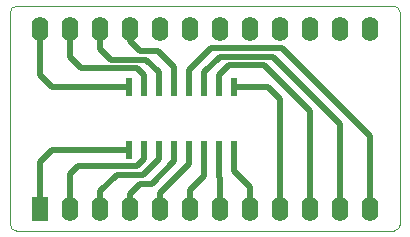
<source format=gtl>
G04 #@! TF.FileFunction,Copper,L1,Top,Signal*
%FSLAX46Y46*%
G04 Gerber Fmt 4.6, Leading zero omitted, Abs format (unit mm)*
G04 Created by KiCad (PCBNEW (2015-07-01 BZR 5850)-product) date Wed Jul 29 18:19:28 2015*
%MOMM*%
G01*
G04 APERTURE LIST*
%ADD10C,0.101600*%
%ADD11C,0.100000*%
%ADD12R,0.600000X1.500000*%
%ADD13R,1.400000X2.100000*%
%ADD14O,1.400000X2.100000*%
%ADD15C,0.500000*%
G04 APERTURE END LIST*
D10*
D11*
X24500000Y-36000000D02*
G75*
G03X25000000Y-36500000I500000J0D01*
G01*
X57000000Y-36500000D02*
G75*
G03X57500000Y-36000000I0J500000D01*
G01*
X57500000Y-18000000D02*
G75*
G03X57000000Y-17500000I-500000J0D01*
G01*
X25000000Y-17500000D02*
G75*
G03X24500000Y-18000000I0J-500000D01*
G01*
X24500000Y-36000000D02*
X24500000Y-27000000D01*
X57000000Y-36500000D02*
X25000000Y-36500000D01*
X57500000Y-18000000D02*
X57500000Y-36000000D01*
X25000000Y-17500000D02*
X57000000Y-17500000D01*
X24500000Y-27000000D02*
X24500000Y-18000000D01*
D12*
X34555000Y-29700000D03*
X35825000Y-29700000D03*
X37095000Y-29700000D03*
X38365000Y-29700000D03*
X39635000Y-29700000D03*
X40905000Y-29700000D03*
X42175000Y-29700000D03*
X43445000Y-29700000D03*
X43445000Y-24300000D03*
X42175000Y-24300000D03*
X40905000Y-24300000D03*
X39635000Y-24300000D03*
X38365000Y-24300000D03*
X37095000Y-24300000D03*
X35825000Y-24300000D03*
X34555000Y-24300000D03*
D13*
X27030000Y-34620000D03*
D14*
X29570000Y-34620000D03*
X32110000Y-34620000D03*
X34650000Y-34620000D03*
X37190000Y-34620000D03*
X39730000Y-34620000D03*
X42270000Y-34620000D03*
X44810000Y-34620000D03*
X47350000Y-34620000D03*
X49890000Y-34620000D03*
X52430000Y-34620000D03*
X54970000Y-34620000D03*
X54970000Y-19380000D03*
X52430000Y-19380000D03*
X49890000Y-19380000D03*
X47350000Y-19380000D03*
X44810000Y-19380000D03*
X42270000Y-19380000D03*
X39730000Y-19380000D03*
X37190000Y-19380000D03*
X34650000Y-19380000D03*
X32110000Y-19380000D03*
X29570000Y-19380000D03*
X27030000Y-19380000D03*
D15*
X34555000Y-29700000D02*
X28050000Y-29700000D01*
X27030000Y-30720000D02*
X27030000Y-34620000D01*
X28050000Y-29700000D02*
X27030000Y-30720000D01*
X35825000Y-29700000D02*
X35825000Y-30425000D01*
X35825000Y-30425000D02*
X35250000Y-31000000D01*
X35250000Y-31000000D02*
X30250000Y-31000000D01*
X30250000Y-31000000D02*
X29570000Y-31680000D01*
X29570000Y-31680000D02*
X29570000Y-34620000D01*
X37095000Y-29700000D02*
X37095000Y-30405000D01*
X37095000Y-30405000D02*
X35750000Y-31750000D01*
X35750000Y-31750000D02*
X33500000Y-31750000D01*
X33500000Y-31750000D02*
X32110000Y-33140000D01*
X32110000Y-33140000D02*
X32110000Y-34620000D01*
X38365000Y-29700000D02*
X38365000Y-30635000D01*
X34650000Y-33350000D02*
X34650000Y-34620000D01*
X35500000Y-32500000D02*
X34650000Y-33350000D01*
X36500000Y-32500000D02*
X35500000Y-32500000D01*
X38365000Y-30635000D02*
X36500000Y-32500000D01*
X39635000Y-29700000D02*
X39635000Y-30865000D01*
X39635000Y-30865000D02*
X37190000Y-33310000D01*
X37190000Y-33310000D02*
X37190000Y-34620000D01*
X40905000Y-29700000D02*
X40905000Y-31845000D01*
X39730000Y-33020000D02*
X39730000Y-34620000D01*
X40905000Y-31845000D02*
X39730000Y-33020000D01*
X42175000Y-29700000D02*
X42175000Y-31925000D01*
X42270000Y-32020000D02*
X42270000Y-34620000D01*
X42175000Y-31925000D02*
X42270000Y-32020000D01*
X43445000Y-29700000D02*
X43445000Y-31445000D01*
X44810000Y-32810000D02*
X44810000Y-34620000D01*
X43445000Y-31445000D02*
X44810000Y-32810000D01*
X43445000Y-24300000D02*
X46300000Y-24300000D01*
X46300000Y-24300000D02*
X47350000Y-25350000D01*
X47350000Y-25350000D02*
X47350000Y-34620000D01*
X42175000Y-24300000D02*
X42175000Y-23325000D01*
X49890000Y-26390000D02*
X49890000Y-34620000D01*
X46000000Y-22500000D02*
X49890000Y-26390000D01*
X43000000Y-22500000D02*
X46000000Y-22500000D01*
X42175000Y-23325000D02*
X43000000Y-22500000D01*
X40905000Y-24300000D02*
X40905000Y-23095000D01*
X52430000Y-27430000D02*
X52430000Y-34620000D01*
X46750000Y-21750000D02*
X52430000Y-27430000D01*
X42250000Y-21750000D02*
X46750000Y-21750000D01*
X40905000Y-23095000D02*
X42250000Y-21750000D01*
X39635000Y-24300000D02*
X39635000Y-22865000D01*
X54970000Y-28470000D02*
X54970000Y-34620000D01*
X47500000Y-21000000D02*
X54970000Y-28470000D01*
X41500000Y-21000000D02*
X47500000Y-21000000D01*
X39635000Y-22865000D02*
X41500000Y-21000000D01*
X38365000Y-24300000D02*
X38365000Y-22615000D01*
X38365000Y-22615000D02*
X37000000Y-21250000D01*
X37000000Y-21250000D02*
X35500000Y-21250000D01*
X35500000Y-21250000D02*
X34650000Y-20400000D01*
X34650000Y-20400000D02*
X34650000Y-19380000D01*
X37095000Y-24300000D02*
X37095000Y-23095000D01*
X32110000Y-21110000D02*
X32110000Y-19380000D01*
X33000000Y-22000000D02*
X32110000Y-21110000D01*
X36000000Y-22000000D02*
X33000000Y-22000000D01*
X37095000Y-23095000D02*
X36000000Y-22000000D01*
X35825000Y-24300000D02*
X35825000Y-23325000D01*
X35825000Y-23325000D02*
X35250000Y-22750000D01*
X35250000Y-22750000D02*
X30500000Y-22750000D01*
X30500000Y-22750000D02*
X29570000Y-21820000D01*
X29570000Y-21820000D02*
X29570000Y-19380000D01*
X34555000Y-24300000D02*
X28050000Y-24300000D01*
X27030000Y-23280000D02*
X27030000Y-19380000D01*
X28050000Y-24300000D02*
X27030000Y-23280000D01*
M02*

</source>
